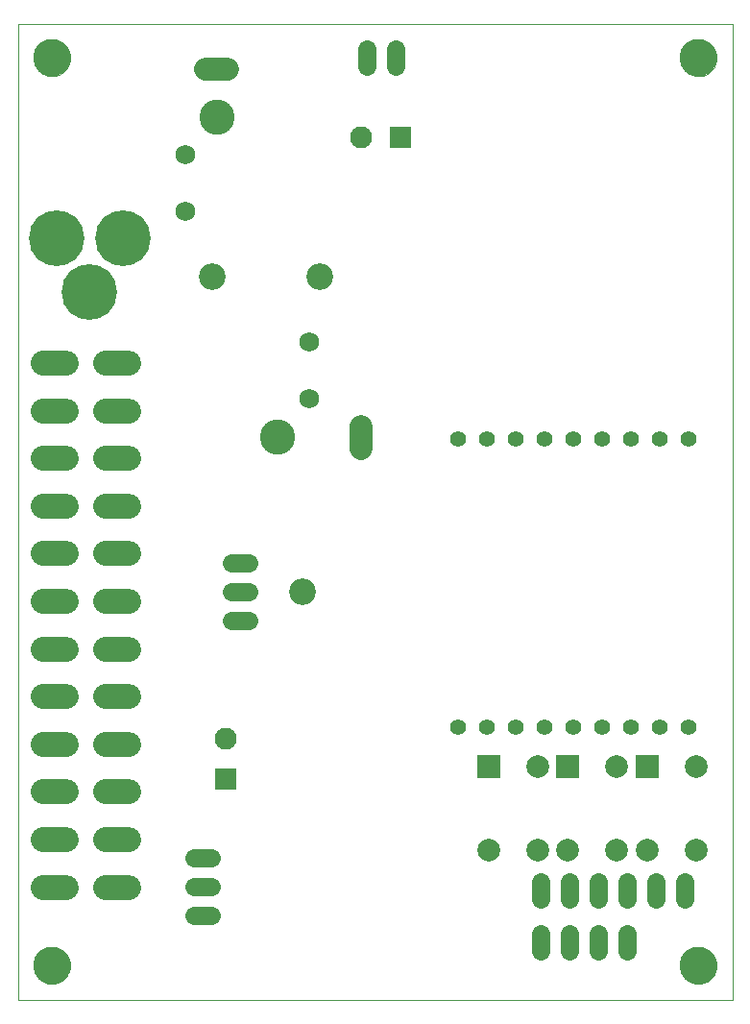
<source format=gbs>
G75*
%MOIN*%
%OFA0B0*%
%FSLAX24Y24*%
%IPPOS*%
%LPD*%
%AMOC8*
5,1,8,0,0,1.08239X$1,22.5*
%
%ADD10C,0.0000*%
%ADD11C,0.1300*%
%ADD12R,0.0768X0.0768*%
%ADD13C,0.0768*%
%ADD14C,0.0634*%
%ADD15C,0.0867*%
%ADD16R,0.0790X0.0790*%
%ADD17C,0.0790*%
%ADD18C,0.0640*%
%ADD19C,0.1930*%
%ADD20C,0.0926*%
%ADD21C,0.0690*%
%ADD22C,0.1221*%
%ADD23C,0.0808*%
%ADD24C,0.0555*%
D10*
X001857Y002453D02*
X001857Y036312D01*
X026660Y036312D01*
X026660Y002453D01*
X001857Y002453D01*
X002408Y003634D02*
X002410Y003684D01*
X002416Y003734D01*
X002426Y003783D01*
X002440Y003831D01*
X002457Y003878D01*
X002478Y003923D01*
X002503Y003967D01*
X002531Y004008D01*
X002563Y004047D01*
X002597Y004084D01*
X002634Y004118D01*
X002674Y004148D01*
X002716Y004175D01*
X002760Y004199D01*
X002806Y004220D01*
X002853Y004236D01*
X002901Y004249D01*
X002951Y004258D01*
X003000Y004263D01*
X003051Y004264D01*
X003101Y004261D01*
X003150Y004254D01*
X003199Y004243D01*
X003247Y004228D01*
X003293Y004210D01*
X003338Y004188D01*
X003381Y004162D01*
X003422Y004133D01*
X003461Y004101D01*
X003497Y004066D01*
X003529Y004028D01*
X003559Y003988D01*
X003586Y003945D01*
X003609Y003901D01*
X003628Y003855D01*
X003644Y003807D01*
X003656Y003758D01*
X003664Y003709D01*
X003668Y003659D01*
X003668Y003609D01*
X003664Y003559D01*
X003656Y003510D01*
X003644Y003461D01*
X003628Y003413D01*
X003609Y003367D01*
X003586Y003323D01*
X003559Y003280D01*
X003529Y003240D01*
X003497Y003202D01*
X003461Y003167D01*
X003422Y003135D01*
X003381Y003106D01*
X003338Y003080D01*
X003293Y003058D01*
X003247Y003040D01*
X003199Y003025D01*
X003150Y003014D01*
X003101Y003007D01*
X003051Y003004D01*
X003000Y003005D01*
X002951Y003010D01*
X002901Y003019D01*
X002853Y003032D01*
X002806Y003048D01*
X002760Y003069D01*
X002716Y003093D01*
X002674Y003120D01*
X002634Y003150D01*
X002597Y003184D01*
X002563Y003221D01*
X002531Y003260D01*
X002503Y003301D01*
X002478Y003345D01*
X002457Y003390D01*
X002440Y003437D01*
X002426Y003485D01*
X002416Y003534D01*
X002410Y003584D01*
X002408Y003634D01*
X024849Y003634D02*
X024851Y003684D01*
X024857Y003734D01*
X024867Y003783D01*
X024881Y003831D01*
X024898Y003878D01*
X024919Y003923D01*
X024944Y003967D01*
X024972Y004008D01*
X025004Y004047D01*
X025038Y004084D01*
X025075Y004118D01*
X025115Y004148D01*
X025157Y004175D01*
X025201Y004199D01*
X025247Y004220D01*
X025294Y004236D01*
X025342Y004249D01*
X025392Y004258D01*
X025441Y004263D01*
X025492Y004264D01*
X025542Y004261D01*
X025591Y004254D01*
X025640Y004243D01*
X025688Y004228D01*
X025734Y004210D01*
X025779Y004188D01*
X025822Y004162D01*
X025863Y004133D01*
X025902Y004101D01*
X025938Y004066D01*
X025970Y004028D01*
X026000Y003988D01*
X026027Y003945D01*
X026050Y003901D01*
X026069Y003855D01*
X026085Y003807D01*
X026097Y003758D01*
X026105Y003709D01*
X026109Y003659D01*
X026109Y003609D01*
X026105Y003559D01*
X026097Y003510D01*
X026085Y003461D01*
X026069Y003413D01*
X026050Y003367D01*
X026027Y003323D01*
X026000Y003280D01*
X025970Y003240D01*
X025938Y003202D01*
X025902Y003167D01*
X025863Y003135D01*
X025822Y003106D01*
X025779Y003080D01*
X025734Y003058D01*
X025688Y003040D01*
X025640Y003025D01*
X025591Y003014D01*
X025542Y003007D01*
X025492Y003004D01*
X025441Y003005D01*
X025392Y003010D01*
X025342Y003019D01*
X025294Y003032D01*
X025247Y003048D01*
X025201Y003069D01*
X025157Y003093D01*
X025115Y003120D01*
X025075Y003150D01*
X025038Y003184D01*
X025004Y003221D01*
X024972Y003260D01*
X024944Y003301D01*
X024919Y003345D01*
X024898Y003390D01*
X024881Y003437D01*
X024867Y003485D01*
X024857Y003534D01*
X024851Y003584D01*
X024849Y003634D01*
X024849Y035130D02*
X024851Y035180D01*
X024857Y035230D01*
X024867Y035279D01*
X024881Y035327D01*
X024898Y035374D01*
X024919Y035419D01*
X024944Y035463D01*
X024972Y035504D01*
X025004Y035543D01*
X025038Y035580D01*
X025075Y035614D01*
X025115Y035644D01*
X025157Y035671D01*
X025201Y035695D01*
X025247Y035716D01*
X025294Y035732D01*
X025342Y035745D01*
X025392Y035754D01*
X025441Y035759D01*
X025492Y035760D01*
X025542Y035757D01*
X025591Y035750D01*
X025640Y035739D01*
X025688Y035724D01*
X025734Y035706D01*
X025779Y035684D01*
X025822Y035658D01*
X025863Y035629D01*
X025902Y035597D01*
X025938Y035562D01*
X025970Y035524D01*
X026000Y035484D01*
X026027Y035441D01*
X026050Y035397D01*
X026069Y035351D01*
X026085Y035303D01*
X026097Y035254D01*
X026105Y035205D01*
X026109Y035155D01*
X026109Y035105D01*
X026105Y035055D01*
X026097Y035006D01*
X026085Y034957D01*
X026069Y034909D01*
X026050Y034863D01*
X026027Y034819D01*
X026000Y034776D01*
X025970Y034736D01*
X025938Y034698D01*
X025902Y034663D01*
X025863Y034631D01*
X025822Y034602D01*
X025779Y034576D01*
X025734Y034554D01*
X025688Y034536D01*
X025640Y034521D01*
X025591Y034510D01*
X025542Y034503D01*
X025492Y034500D01*
X025441Y034501D01*
X025392Y034506D01*
X025342Y034515D01*
X025294Y034528D01*
X025247Y034544D01*
X025201Y034565D01*
X025157Y034589D01*
X025115Y034616D01*
X025075Y034646D01*
X025038Y034680D01*
X025004Y034717D01*
X024972Y034756D01*
X024944Y034797D01*
X024919Y034841D01*
X024898Y034886D01*
X024881Y034933D01*
X024867Y034981D01*
X024857Y035030D01*
X024851Y035080D01*
X024849Y035130D01*
X002408Y035130D02*
X002410Y035180D01*
X002416Y035230D01*
X002426Y035279D01*
X002440Y035327D01*
X002457Y035374D01*
X002478Y035419D01*
X002503Y035463D01*
X002531Y035504D01*
X002563Y035543D01*
X002597Y035580D01*
X002634Y035614D01*
X002674Y035644D01*
X002716Y035671D01*
X002760Y035695D01*
X002806Y035716D01*
X002853Y035732D01*
X002901Y035745D01*
X002951Y035754D01*
X003000Y035759D01*
X003051Y035760D01*
X003101Y035757D01*
X003150Y035750D01*
X003199Y035739D01*
X003247Y035724D01*
X003293Y035706D01*
X003338Y035684D01*
X003381Y035658D01*
X003422Y035629D01*
X003461Y035597D01*
X003497Y035562D01*
X003529Y035524D01*
X003559Y035484D01*
X003586Y035441D01*
X003609Y035397D01*
X003628Y035351D01*
X003644Y035303D01*
X003656Y035254D01*
X003664Y035205D01*
X003668Y035155D01*
X003668Y035105D01*
X003664Y035055D01*
X003656Y035006D01*
X003644Y034957D01*
X003628Y034909D01*
X003609Y034863D01*
X003586Y034819D01*
X003559Y034776D01*
X003529Y034736D01*
X003497Y034698D01*
X003461Y034663D01*
X003422Y034631D01*
X003381Y034602D01*
X003338Y034576D01*
X003293Y034554D01*
X003247Y034536D01*
X003199Y034521D01*
X003150Y034510D01*
X003101Y034503D01*
X003051Y034500D01*
X003000Y034501D01*
X002951Y034506D01*
X002901Y034515D01*
X002853Y034528D01*
X002806Y034544D01*
X002760Y034565D01*
X002716Y034589D01*
X002674Y034616D01*
X002634Y034646D01*
X002597Y034680D01*
X002563Y034717D01*
X002531Y034756D01*
X002503Y034797D01*
X002478Y034841D01*
X002457Y034886D01*
X002440Y034933D01*
X002426Y034981D01*
X002416Y035030D01*
X002410Y035080D01*
X002408Y035130D01*
D11*
X003038Y035130D03*
X025479Y035130D03*
X025479Y003634D03*
X003038Y003634D03*
D12*
X009070Y010118D03*
X015145Y032375D03*
D13*
X013767Y032375D03*
X009070Y011496D03*
D14*
X008567Y007363D02*
X007974Y007363D01*
X007974Y006363D02*
X008567Y006363D01*
X008567Y005363D02*
X007974Y005363D01*
D15*
X005716Y006351D02*
X004889Y006351D01*
X003550Y006351D02*
X002723Y006351D01*
X002723Y008005D02*
X003550Y008005D01*
X003550Y009658D02*
X002723Y009658D01*
X002723Y011312D02*
X003550Y011312D01*
X003550Y012965D02*
X002723Y012965D01*
X002723Y014619D02*
X003550Y014619D01*
X004889Y014619D02*
X005716Y014619D01*
X005716Y012965D02*
X004889Y012965D01*
X004889Y011312D02*
X005716Y011312D01*
X005716Y009658D02*
X004889Y009658D01*
X004889Y008005D02*
X005716Y008005D01*
X005716Y016272D02*
X004889Y016272D01*
X004889Y017926D02*
X005716Y017926D01*
X005716Y019579D02*
X004889Y019579D01*
X003550Y019579D02*
X002723Y019579D01*
X002723Y017926D02*
X003550Y017926D01*
X003550Y016272D02*
X002723Y016272D01*
X002723Y021233D02*
X003550Y021233D01*
X003550Y022886D02*
X002723Y022886D01*
X002723Y024540D02*
X003550Y024540D01*
X004889Y024540D02*
X005716Y024540D01*
X005716Y022886D02*
X004889Y022886D01*
X004889Y021233D02*
X005716Y021233D01*
D16*
X018195Y010553D03*
X020951Y010553D03*
X023707Y010553D03*
D17*
X022651Y010553D03*
X022651Y007653D03*
X023707Y007653D03*
X025407Y007653D03*
X025407Y010553D03*
X020951Y007653D03*
X019895Y007653D03*
X018195Y007653D03*
X019895Y010553D03*
D18*
X020007Y006553D02*
X020007Y005953D01*
X020007Y004753D02*
X020007Y004153D01*
X021007Y004153D02*
X021007Y004753D01*
X022007Y004753D02*
X022007Y004153D01*
X023007Y004153D02*
X023007Y004753D01*
X023007Y005953D02*
X023007Y006553D01*
X022007Y006553D02*
X022007Y005953D01*
X021007Y005953D02*
X021007Y006553D01*
X024007Y006553D02*
X024007Y005953D01*
X025007Y005953D02*
X025007Y006553D01*
X009861Y015614D02*
X009261Y015614D01*
X009261Y016614D02*
X009861Y016614D01*
X009861Y017614D02*
X009261Y017614D01*
X013956Y034830D02*
X013956Y035430D01*
X014956Y035430D02*
X014956Y034830D01*
D19*
X005515Y028871D03*
X004334Y027020D03*
X003192Y028871D03*
D20*
X008596Y027534D03*
X012337Y027534D03*
X011742Y016614D03*
D21*
X011963Y023302D03*
X011963Y025270D03*
X007671Y029798D03*
X007671Y031766D03*
D22*
X008754Y033085D03*
X010880Y021983D03*
D23*
X013758Y022355D02*
X013758Y021588D01*
X009142Y034728D02*
X008374Y034728D01*
D24*
X017122Y021922D03*
X018122Y021922D03*
X019122Y021922D03*
X020122Y021922D03*
X021122Y021922D03*
X022122Y021922D03*
X023122Y021922D03*
X024122Y021922D03*
X025122Y021922D03*
X025122Y011922D03*
X024122Y011922D03*
X023122Y011922D03*
X022122Y011922D03*
X021122Y011922D03*
X020122Y011922D03*
X019122Y011922D03*
X018122Y011922D03*
X017122Y011922D03*
M02*

</source>
